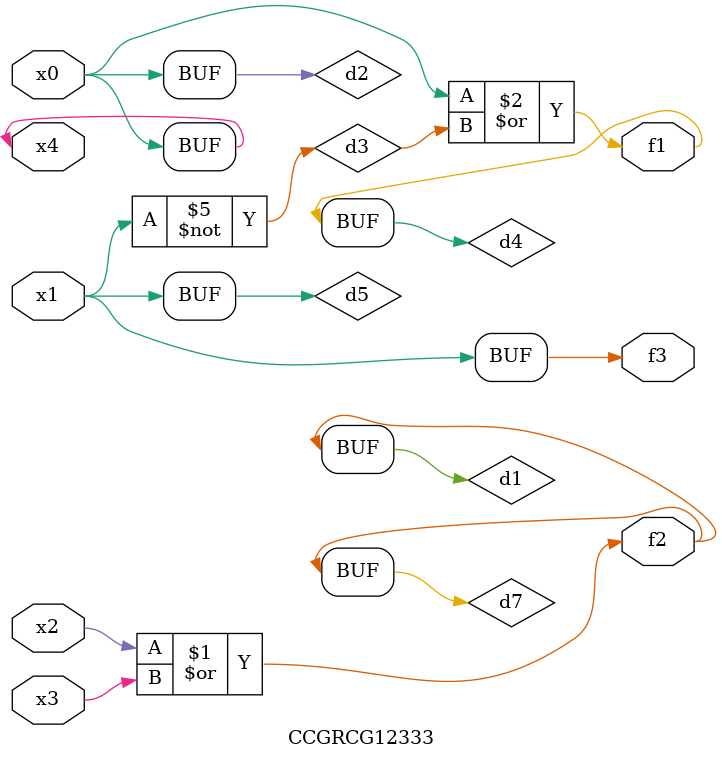
<source format=v>
module CCGRCG12333(
	input x0, x1, x2, x3, x4,
	output f1, f2, f3
);

	wire d1, d2, d3, d4, d5, d6, d7;

	or (d1, x2, x3);
	buf (d2, x0, x4);
	not (d3, x1);
	or (d4, d2, d3);
	not (d5, d3);
	nand (d6, d1, d3);
	or (d7, d1);
	assign f1 = d4;
	assign f2 = d7;
	assign f3 = d5;
endmodule

</source>
